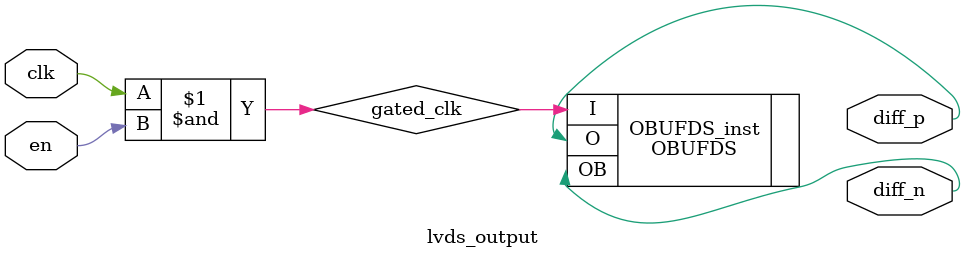
<source format=v>
`timescale 1ns / 1ps


module lvds_output(
    input wire clk,        // Input clock signal
    //input wire aresetn,         // Reset signal
    input wire en,
    output wire diff_p,    // Positive LVDS clock output
    output wire diff_n     // Negative LVDS clock output
);

    // Internal signals
wire gated_clock;
// OBUFDS: Differential Output Buffer
//         7 Series
// Xilinx HDL Language Template, version 2025.1
assign gated_clk = clk & en;

OBUFDS #(
   .IOSTANDARD("LVDS_25"), // Specify the output I/O standard  LVDS_25
   .SLEW("SLOW")           // Specify the output slew rate
) OBUFDS_inst (
   .O(diff_p),     // Diff_p output (connect directly to top-level port)
   .OB(diff_n),   // Diff_n output (connect directly to top-level port)
   .I(gated_clk)      // Buffer input
);

// End of OBUFDS_inst instantiation

endmodule
</source>
